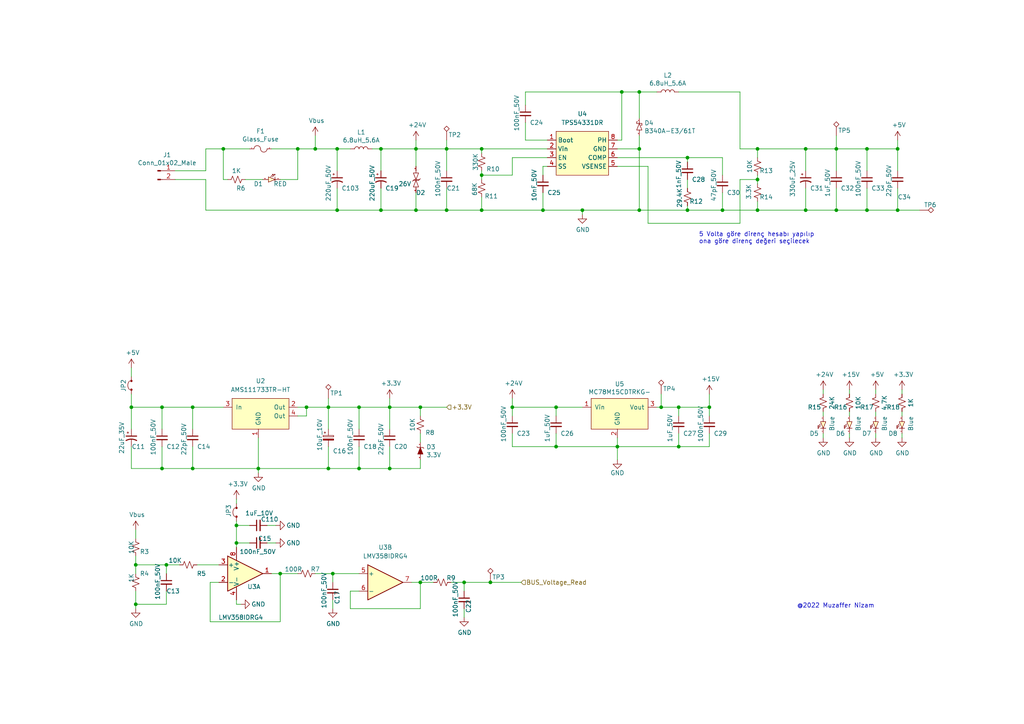
<source format=kicad_sch>
(kicad_sch (version 20231120) (generator "eeschema") (generator_version "8.0")
  (paper "A4")
  (lib_symbols
    (symbol "AKE_Capacitor:Capacitor_Polarised" (pin_numbers hide) (pin_names (offset 0.254) hide)
      (property "Reference" "C" (at 0.254 1.778 0))
      (property "Value" "Capacitor_Polarised" (at 0.254 -2.032 0))
      (symbol "Capacitor_Polarised_1_1"
        (pin passive line (at 0 2.54 270) (length 2.032) (name "~") (number "1"))
        (pin passive line (at 0 -2.54 90) (length 2.032) (name "~") (number "2"))
      )
    )
    (symbol "AKE_Capacitor:Capacitor_Tantalum" (pin_numbers hide) (pin_names (offset 0.254) hide)
      (property "Reference" "C" (at 0.254 1.778 0))
      (property "Value" "Capacitor_Tantalum" (at 0.254 -2.032 0))
      (symbol "Capacitor_Tantalum_1_1"
        (pin passive line (at 0 2.54 270) (length 1.8542) (name "~") (number "1"))
        (pin passive line (at 0 -2.54 90) (length 1.8542) (name "~") (number "2"))
      )
    )
    (symbol "AKE_Capacitor:Capacitor_UnPolarised" (pin_numbers hide) (pin_names (offset 0.254) hide)
      (property "Reference" "C" (at 0.254 1.778 0))
      (property "Value" "Capacitor_UnPolarised" (at 0 -1.27 0))
      (symbol "Capacitor_UnPolarised_1_1"
        (pin passive line (at 0 2.54 270) (length 2.032) (name "~") (number "1"))
        (pin passive line (at 0 -2.54 90) (length 2.032) (name "~") (number "2"))
      )
    )
    (symbol "AKE_Connector_Socket:Conn_01x02_Male" (pin_names (offset 1.016) hide)
      (property "Reference" "J" (at 0 2.54 0))
      (property "Value" "Conn_01x02_Male" (at 0 -5.08 0))
      (symbol "Conn_01x02_Male_1_1"
        (pin passive line (at 5.08 0 180) (length 3.81) (name "Pin_1") (number "1"))
        (pin passive line (at 5.08 -2.54 180) (length 3.81) (name "Pin_2") (number "2"))
      )
    )
    (symbol "AKE_Device:Glass_Fuse" (pin_names (offset 1.016))
      (property "Reference" "F" (at 0.635 3.175 0))
      (property "Value" "Glass_Fuse" (at 3.175 -0.635 0))
      (symbol "Glass_Fuse_1_1"
        (pin passive line (at 0 1.27 0) (length 1.27) (name "~") (number "1"))
        (pin passive line (at 6.35 1.27 180) (length 1.27) (name "~") (number "2"))
      )
    )
    (symbol "AKE_Device:Jumper_Pinheader" (pin_names (offset 0) hide)
      (property "Reference" "JP" (at 0 2.794 0))
      (symbol "Jumper_Pinheader_1_1"
        (pin passive line (at -2.54 0 0) (length 1.27) (name "A") (number "1"))
        (pin passive line (at 2.54 0 180) (length 1.27) (name "B") (number "2"))
      )
    )
    (symbol "AKE_Device:Test_Point" (pin_numbers hide) (pin_names (offset 0.762) hide)
      (property "Reference" "TP" (at 0 6.858 0))
      (property "Value" "Test_Point" (at 0 5.08 0))
      (symbol "Test_Point_1_1"
        (pin passive line (at 0 0 90) (length 2.54) (name "1") (number "1"))
      )
    )
    (symbol "AKE_Diode:Diode_LED" (pin_names (offset 1.016))
      (property "Reference" "D" (at -3.81 2.54 0))
      (property "Value" "Diode_LED" (at -2.54 5.08 0))
      (symbol "Diode_LED_1_1"
        (pin passive line (at 0 1.27 0) (length 1.27) (name "~") (number "1"))
        (pin passive line (at 5.08 1.27 180) (length 1.27) (name "~") (number "2"))
      )
    )
    (symbol "AKE_Diode:Diode_Schottky" (pin_names (offset 1.016))
      (property "Reference" "D" (at -6.35 1.27 0))
      (property "Value" "Diode_Schottky" (at -5.08 3.81 0))
      (symbol "Diode_Schottky_1_1"
        (pin passive line (at 0 1.27 0) (length 1.27) (name "~") (number "1"))
        (pin passive line (at 5.08 1.27 180) (length 1.27) (name "~") (number "2"))
      )
    )
    (symbol "AKE_Diode:Diode_TVS_Bidirectional" (pin_names (offset 1.016))
      (property "Reference" "D" (at 0.762 2.921 0))
      (property "Value" "Diode_TVS_Bidirectional" (at 4.318 5.207 0))
      (symbol "Diode_TVS_Bidirectional_1_1"
        (pin passive line (at 0 1.27 0) (length 1.27) (name "~") (number "1"))
        (pin passive line (at 7.62 1.27 180) (length 1.27) (name "~") (number "2"))
      )
    )
    (symbol "AKE_Diode:Diode_Zener" (pin_names (offset 1.016))
      (property "Reference" "D" (at -6.35 1.27 0))
      (property "Value" "Diode_Zener" (at -5.08 3.81 0))
      (symbol "Diode_Zener_1_1"
        (pin passive line (at 0 1.27 0) (length 1.27) (name "~") (number "1"))
        (pin passive line (at 5.08 1.27 180) (length 1.27) (name "~") (number "2"))
      )
    )
    (symbol "AKE_Inductor:Inductor" (pin_numbers hide) (pin_names (offset 1.016) hide)
      (property "Reference" "L" (at 3.81 0 0))
      (property "Value" "Inductor" (at 3.81 3.175 0))
      (symbol "Inductor_1_1"
        (pin passive line (at 0 1.27 0) (length 1.27) (name "1") (number "1"))
        (pin passive line (at 6.35 1.27 180) (length 1.27) (name "2") (number "2"))
      )
    )
    (symbol "AKE_Opamp:LMV358IDRG4" (pin_names (offset 0.127))
      (property "Reference" "U" (at 0 6.35 0))
      (property "Value" "LMV358IDRG4" (at 0 3.81 0))
      (symbol "LMV358IDRG4_1_1"
        (pin output line (at 7.62 0 180) (length 2.54) (name "~") (number "1"))
        (pin input line (at -7.62 -2.54 0) (length 2.54) (name "-") (number "2"))
        (pin input line (at -7.62 2.54 0) (length 2.54) (name "+") (number "3"))
        (pin power_in line (at -2.54 -7.62 90) (length 3.81) (name "V-") (number "4"))
        (pin power_in line (at -2.54 7.62 270) (length 3.81) (name "V+") (number "8"))
      )
      (symbol "LMV358IDRG4_2_1"
        (pin input line (at -7.62 2.54 0) (length 2.54) (name "+") (number "5"))
        (pin input line (at -7.62 -2.54 0) (length 2.54) (name "-") (number "6"))
        (pin output line (at 7.62 0 180) (length 2.54) (name "~") (number "7"))
      )
    )
    (symbol "AKE_Power:+15V" (power) (pin_names (offset 0))
      (property "Value" "+15V" (at 0 3.556 0))
      (symbol "+15V_1_1"
        (pin power_in line (at 0 0 90) (length 0) hide (name "+15V") (number "1"))
      )
    )
    (symbol "AKE_Power:+24V" (power) (pin_names (offset 0))
      (property "Value" "+24V" (at 0 3.556 0))
      (symbol "+24V_1_1"
        (pin power_in line (at 0 0 90) (length 0) hide (name "+24V") (number "1"))
      )
    )
    (symbol "AKE_Power:+3.3V" (power) (pin_names (offset 0))
      (property "Value" "+3.3V" (at 0 3.556 0))
      (symbol "+3.3V_1_1"
        (pin power_in line (at 0 0 90) (length 0) hide (name "+3.3V") (number "1"))
      )
    )
    (symbol "AKE_Power:+5V" (power) (pin_names (offset 0))
      (property "Value" "+5V" (at 0 3.556 0))
      (symbol "+5V_1_1"
        (pin power_in line (at 0 0 90) (length 0) hide (name "+5V") (number "1"))
      )
    )
    (symbol "AKE_Power:GND" (power) (pin_names (offset 0))
      (property "Value" "GND" (at 0 -3.81 0))
      (symbol "GND_1_1"
        (pin power_in line (at 0 0 270) (length 0) hide (name "GND") (number "1"))
      )
    )
    (symbol "AKE_Power:Vbus" (power) (pin_names (offset 0))
      (property "Value" "Vbus" (at 0 3.556 0))
      (symbol "Vbus_1_1"
        (pin power_in line (at 0 0 90) (length 0) hide (name "Vbus") (number "1"))
      )
    )
    (symbol "AKE_Regulator:AMS111733TR-HT" (pin_names (offset 1.016))
      (property "Reference" "U" (at 12.7 1.27 0))
      (property "Value" "AMS111733TR-HT" (at 11.43 12.7 0))
      (symbol "AMS111733TR-HT_1_1"
        (pin power_in line (at 10.16 0 90) (length 2.54) (name "GND") (number "1"))
        (pin power_out line (at 21.59 8.89 180) (length 2.54) (name "Out") (number "2"))
        (pin power_out line (at 0 8.89 0) (length 2.54) (name "In") (number "3"))
        (pin power_out line (at 21.59 6.35 180) (length 2.54) (name "Out") (number "4"))
      )
    )
    (symbol "AKE_Regulator:MC78M15CDTRKG" (pin_names (offset 1.016))
      (property "Reference" "U" (at 12.7 1.27 0))
      (property "Value" "MC78M15CDTRKG" (at 11.43 12.7 0))
      (symbol "MC78M15CDTRKG_1_1"
        (pin power_in line (at 0 8.89 0) (length 2.54) (name "Vin") (number "1"))
        (pin power_out line (at 10.16 0 90) (length 2.54) (name "GND") (number "2"))
        (pin power_out line (at 21.59 8.89 180) (length 2.54) (name "Vout") (number "3"))
      )
    )
    (symbol "AKE_Resistor:Resistor_US" (pin_numbers hide) (pin_names (offset 0.254) hide)
      (property "Reference" "R" (at 0.762 0.508 0))
      (property "Value" "Resistor_US" (at 0.762 -1.016 0))
      (symbol "Resistor_US_1_1"
        (pin passive line (at 0 2.54 270) (length 1.016) (name "~") (number "1"))
        (pin passive line (at 0 -2.54 90) (length 1.016) (name "~") (number "2"))
      )
    )
    (symbol "TPS54331DR_1"
      (property "Reference" "U?" (at 3.81 14.224 0))
      (property "Value" "TPS54331DR" (at 9.652 -1.016 0))
      (symbol "TPS54331DR_1_1_1"
        (pin input line (at 0 10.16 0) (length 2.54) (name "Boot") (number "1"))
        (pin input line (at 0 7.62 0) (length 2.54) (name "Vin") (number "2"))
        (pin input line (at 0 5.08 0) (length 2.54) (name "EN") (number "3"))
        (pin input line (at 0 2.54 0) (length 2.54) (name "SS") (number "4"))
        (pin input line (at 20.32 2.54 180) (length 2.54) (name "VSENSE") (number "5"))
        (pin input line (at 20.32 5.08 180) (length 2.54) (name "COMP") (number "6"))
        (pin input line (at 20.32 7.62 180) (length 2.54) (name "GND") (number "7"))
        (pin input line (at 20.32 10.16 180) (length 2.54) (name "PH") (number "8"))
        (pin input line (at 20.32 7.62 180) (length 2.54) hide (name "EXP") (number "9"))
      )
    )
  )
  (junction (at 121.92 168.91))
  (junction (at 121.92 118.11))
  (junction (at 242.57 43.18))
  (junction (at 39.37 163.83))
  (junction (at 219.71 52.07))
  (junction (at 74.93 135.89))
  (junction (at 55.88 118.11))
  (junction (at 185.42 26.67))
  (junction (at 95.25 118.11))
  (junction (at 96.52 166.37))
  (junction (at 139.7 43.18))
  (junction (at 185.42 60.96))
  (junction (at 209.55 60.96))
  (junction (at 68.58 152.4))
  (junction (at 260.35 43.18))
  (junction (at 251.46 43.18))
  (junction (at 191.77 118.11))
  (junction (at 46.99 118.11))
  (junction (at 88.9 118.11))
  (junction (at 199.39 45.72))
  (junction (at 68.58 157.48))
  (junction (at 157.48 60.96))
  (junction (at 139.7 50.8))
  (junction (at 97.79 60.96))
  (junction (at 38.1 118.11))
  (junction (at 104.14 135.89))
  (junction (at 81.28 166.37))
  (junction (at 64.77 43.18))
  (junction (at 139.7 60.96))
  (junction (at 161.29 129.54))
  (junction (at 97.79 43.18))
  (junction (at 233.68 43.18))
  (junction (at 113.03 135.89))
  (junction (at 120.65 60.96))
  (junction (at 91.44 43.18))
  (junction (at 113.03 118.11))
  (junction (at 95.25 135.89))
  (junction (at 260.35 60.96))
  (junction (at 205.74 118.11))
  (junction (at 219.71 43.18))
  (junction (at 148.59 118.11))
  (junction (at 185.42 43.18))
  (junction (at 120.65 43.18))
  (junction (at 55.88 135.89))
  (junction (at 179.07 129.54))
  (junction (at 180.34 26.67))
  (junction (at 168.91 60.96))
  (junction (at 46.99 135.89))
  (junction (at 134.62 168.91))
  (junction (at 104.14 118.11))
  (junction (at 219.71 60.96))
  (junction (at 161.29 118.11))
  (junction (at 142.24 168.91))
  (junction (at 196.85 118.11))
  (junction (at 129.54 43.18))
  (junction (at 129.54 60.96))
  (junction (at 199.39 60.96))
  (junction (at 251.46 60.96))
  (junction (at 39.37 175.26))
  (junction (at 242.57 60.96))
  (junction (at 86.36 43.18))
  (junction (at 196.85 129.54))
  (junction (at 110.49 60.96))
  (junction (at 233.68 60.96))
  (junction (at 48.26 163.83))
  (junction (at 110.49 43.18))
  (wire (pts (xy 254 125.73) (xy 254 127)))
  (wire (pts (xy 139.7 50.8) (xy 139.7 52.07)))
  (wire (pts (xy 96.52 173.99) (xy 96.52 176.53)))
  (wire (pts (xy 95.25 115.57) (xy 95.25 118.11)))
  (wire (pts (xy 39.37 175.26) (xy 48.26 175.26)))
  (wire (pts (xy 196.85 125.73) (xy 196.85 129.54)))
  (wire (pts (xy 266.7 60.96) (xy 260.35 60.96)))
  (wire (pts (xy 260.35 60.96) (xy 251.46 60.96)))
  (wire (pts (xy 261.62 119.38) (xy 261.62 120.65)))
  (wire (pts (xy 168.91 60.96) (xy 168.91 62.23)))
  (wire (pts (xy 55.88 118.11) (xy 64.77 118.11)))
  (wire (pts (xy 251.46 43.18) (xy 242.57 43.18)))
  (wire (pts (xy 74.93 127) (xy 74.93 135.89)))
  (wire (pts (xy 55.88 135.89) (xy 74.93 135.89)))
  (wire (pts (xy 152.4 40.64) (xy 158.75 40.64)))
  (wire (pts (xy 179.07 45.72) (xy 199.39 45.72)))
  (wire (pts (xy 113.03 118.11) (xy 121.92 118.11)))
  (wire (pts (xy 185.42 39.37) (xy 185.42 43.18)))
  (wire (pts (xy 121.92 168.91) (xy 119.38 168.91)))
  (wire (pts (xy 168.91 60.96) (xy 185.42 60.96)))
  (wire (pts (xy 95.25 129.54) (xy 95.25 135.89)))
  (wire (pts (xy 129.54 40.64) (xy 129.54 43.18)))
  (wire (pts (xy 185.42 26.67) (xy 190.5 26.67)))
  (wire (pts (xy 205.74 125.73) (xy 205.74 129.54)))
  (wire (pts (xy 77.47 152.4) (xy 80.01 152.4)))
  (wire (pts (xy 88.9 120.65) (xy 88.9 118.11)))
  (wire (pts (xy 86.36 52.07) (xy 86.36 43.18)))
  (wire (pts (xy 39.37 163.83) (xy 39.37 161.29)))
  (wire (pts (xy 81.28 52.07) (xy 86.36 52.07)))
  (wire (pts (xy 97.79 60.96) (xy 110.49 60.96)))
  (wire (pts (xy 129.54 54.61) (xy 129.54 60.96)))
  (wire (pts (xy 157.48 60.96) (xy 168.91 60.96)))
  (wire (pts (xy 59.69 60.96) (xy 59.69 52.07)))
  (wire (pts (xy 63.5 168.91) (xy 60.96 168.91)))
  (wire (pts (xy 104.14 129.54) (xy 104.14 135.89)))
  (wire (pts (xy 205.74 118.11) (xy 205.74 120.65)))
  (wire (pts (xy 121.92 120.65) (xy 121.92 118.11)))
  (wire (pts (xy 260.35 49.53) (xy 260.35 43.18)))
  (wire (pts (xy 242.57 39.37) (xy 242.57 43.18)))
  (wire (pts (xy 152.4 35.56) (xy 152.4 40.64)))
  (wire (pts (xy 91.44 39.37) (xy 91.44 43.18)))
  (wire (pts (xy 121.92 176.53) (xy 121.92 168.91)))
  (wire (pts (xy 251.46 54.61) (xy 251.46 60.96)))
  (wire (pts (xy 214.63 43.18) (xy 219.71 43.18)))
  (wire (pts (xy 205.74 114.3) (xy 205.74 118.11)))
  (wire (pts (xy 46.99 135.89) (xy 55.88 135.89)))
  (wire (pts (xy 120.65 43.18) (xy 129.54 43.18)))
  (wire (pts (xy 101.6 171.45) (xy 101.6 176.53)))
  (wire (pts (xy 148.59 45.72) (xy 148.59 50.8)))
  (wire (pts (xy 209.55 60.96) (xy 219.71 60.96)))
  (wire (pts (xy 129.54 43.18) (xy 139.7 43.18)))
  (wire (pts (xy 81.28 180.34) (xy 81.28 166.37)))
  (wire (pts (xy 39.37 156.21) (xy 39.37 153.67)))
  (wire (pts (xy 242.57 60.96) (xy 233.68 60.96)))
  (wire (pts (xy 261.62 125.73) (xy 261.62 127)))
  (wire (pts (xy 242.57 43.18) (xy 233.68 43.18)))
  (wire (pts (xy 81.28 166.37) (xy 78.74 166.37)))
  (wire (pts (xy 185.42 26.67) (xy 180.34 26.67)))
  (wire (pts (xy 39.37 171.45) (xy 39.37 175.26)))
  (wire (pts (xy 110.49 43.18) (xy 120.65 43.18)))
  (wire (pts (xy 179.07 43.18) (xy 185.42 43.18)))
  (wire (pts (xy 107.95 43.18) (xy 110.49 43.18)))
  (wire (pts (xy 199.39 60.96) (xy 209.55 60.96)))
  (wire (pts (xy 233.68 60.96) (xy 233.68 54.61)))
  (wire (pts (xy 121.92 133.35) (xy 121.92 135.89)))
  (wire (pts (xy 60.96 180.34) (xy 81.28 180.34)))
  (wire (pts (xy 152.4 30.48) (xy 152.4 26.67)))
  (wire (pts (xy 68.58 151.13) (xy 68.58 152.4)))
  (wire (pts (xy 38.1 135.89) (xy 46.99 135.89)))
  (wire (pts (xy 185.42 26.67) (xy 185.42 34.29)))
  (wire (pts (xy 46.99 124.46) (xy 46.99 118.11)))
  (wire (pts (xy 179.07 129.54) (xy 179.07 127)))
  (wire (pts (xy 121.92 168.91) (xy 125.73 168.91)))
  (wire (pts (xy 38.1 106.68) (xy 38.1 109.22)))
  (wire (pts (xy 64.77 43.18) (xy 64.77 52.07)))
  (wire (pts (xy 71.12 52.07) (xy 76.2 52.07)))
  (wire (pts (xy 77.47 157.48) (xy 80.01 157.48)))
  (wire (pts (xy 191.77 118.11) (xy 190.5 118.11)))
  (wire (pts (xy 134.62 168.91) (xy 142.24 168.91)))
  (wire (pts (xy 91.44 166.37) (xy 96.52 166.37)))
  (wire (pts (xy 68.58 157.48) (xy 68.58 158.75)))
  (wire (pts (xy 68.58 157.48) (xy 72.39 157.48)))
  (wire (pts (xy 64.77 43.18) (xy 72.39 43.18)))
  (wire (pts (xy 251.46 49.53) (xy 251.46 43.18)))
  (wire (pts (xy 113.03 135.89) (xy 113.03 129.54)))
  (wire (pts (xy 48.26 163.83) (xy 52.07 163.83)))
  (wire (pts (xy 96.52 166.37) (xy 104.14 166.37)))
  (wire (pts (xy 161.29 118.11) (xy 168.91 118.11)))
  (wire (pts (xy 161.29 129.54) (xy 148.59 129.54)))
  (wire (pts (xy 97.79 43.18) (xy 91.44 43.18)))
  (wire (pts (xy 179.07 48.26) (xy 187.96 48.26)))
  (wire (pts (xy 196.85 26.67) (xy 214.63 26.67)))
  (wire (pts (xy 209.55 45.72) (xy 209.55 50.8)))
  (wire (pts (xy 69.85 175.26) (xy 68.58 175.26)))
  (wire (pts (xy 134.62 168.91) (xy 134.62 171.45)))
  (wire (pts (xy 64.77 52.07) (xy 66.04 52.07)))
  (wire (pts (xy 113.03 118.11) (xy 104.14 118.11)))
  (wire (pts (xy 113.03 118.11) (xy 113.03 124.46)))
  (wire (pts (xy 60.96 168.91) (xy 60.96 180.34)))
  (wire (pts (xy 214.63 26.67) (xy 214.63 43.18)))
  (wire (pts (xy 142.24 168.91) (xy 151.13 168.91)))
  (wire (pts (xy 59.69 60.96) (xy 97.79 60.96)))
  (wire (pts (xy 38.1 118.11) (xy 38.1 124.46)))
  (wire (pts (xy 158.75 48.26) (xy 157.48 48.26)))
  (wire (pts (xy 120.65 60.96) (xy 129.54 60.96)))
  (wire (pts (xy 185.42 60.96) (xy 199.39 60.96)))
  (wire (pts (xy 97.79 43.18) (xy 97.79 49.53)))
  (wire (pts (xy 139.7 49.53) (xy 139.7 50.8)))
  (wire (pts (xy 68.58 173.99) (xy 68.58 175.26)))
  (wire (pts (xy 139.7 57.15) (xy 139.7 60.96)))
  (wire (pts (xy 185.42 43.18) (xy 185.42 60.96)))
  (wire (pts (xy 148.59 118.11) (xy 161.29 118.11)))
  (wire (pts (xy 110.49 49.53) (xy 110.49 43.18)))
  (wire (pts (xy 246.38 114.3) (xy 246.38 113.03)))
  (wire (pts (xy 81.28 166.37) (xy 86.36 166.37)))
  (wire (pts (xy 219.71 45.72) (xy 219.71 43.18)))
  (wire (pts (xy 129.54 49.53) (xy 129.54 43.18)))
  (wire (pts (xy 104.14 135.89) (xy 113.03 135.89)))
  (wire (pts (xy 238.76 119.38) (xy 238.76 120.65)))
  (wire (pts (xy 233.68 49.53) (xy 233.68 43.18)))
  (wire (pts (xy 139.7 43.18) (xy 139.7 44.45)))
  (wire (pts (xy 191.77 114.3) (xy 191.77 118.11)))
  (wire (pts (xy 88.9 118.11) (xy 95.25 118.11)))
  (wire (pts (xy 199.39 45.72) (xy 209.55 45.72)))
  (wire (pts (xy 196.85 118.11) (xy 191.77 118.11)))
  (wire (pts (xy 254 119.38) (xy 254 120.65)))
  (wire (pts (xy 260.35 43.18) (xy 251.46 43.18)))
  (wire (pts (xy 96.52 166.37) (xy 96.52 168.91)))
  (wire (pts (xy 187.96 64.77) (xy 214.63 64.77)))
  (wire (pts (xy 199.39 46.99) (xy 199.39 45.72)))
  (wire (pts (xy 120.65 43.18) (xy 120.65 48.26)))
  (wire (pts (xy 219.71 43.18) (xy 233.68 43.18)))
  (wire (pts (xy 148.59 50.8) (xy 139.7 50.8)))
  (wire (pts (xy 38.1 129.54) (xy 38.1 135.89)))
  (wire (pts (xy 55.88 129.54) (xy 55.88 135.89)))
  (wire (pts (xy 157.48 48.26) (xy 157.48 50.8)))
  (wire (pts (xy 59.69 43.18) (xy 64.77 43.18)))
  (wire (pts (xy 39.37 163.83) (xy 48.26 163.83)))
  (wire (pts (xy 74.93 137.16) (xy 74.93 135.89)))
  (wire (pts (xy 57.15 163.83) (xy 63.5 163.83)))
  (wire (pts (xy 38.1 118.11) (xy 46.99 118.11)))
  (wire (pts (xy 104.14 171.45) (xy 101.6 171.45)))
  (wire (pts (xy 180.34 40.64) (xy 180.34 26.67)))
  (wire (pts (xy 161.29 125.73) (xy 161.29 129.54)))
  (wire (pts (xy 46.99 129.54) (xy 46.99 135.89)))
  (wire (pts (xy 179.07 129.54) (xy 179.07 133.35)))
  (wire (pts (xy 238.76 114.3) (xy 238.76 113.03)))
  (wire (pts (xy 129.54 60.96) (xy 139.7 60.96)))
  (wire (pts (xy 101.6 43.18) (xy 97.79 43.18)))
  (wire (pts (xy 157.48 55.88) (xy 157.48 60.96)))
  (wire (pts (xy 110.49 54.61) (xy 110.49 60.96)))
  (wire (pts (xy 104.14 118.11) (xy 104.14 124.46)))
  (wire (pts (xy 86.36 118.11) (xy 88.9 118.11)))
  (wire (pts (xy 179.07 40.64) (xy 180.34 40.64)))
  (wire (pts (xy 39.37 166.37) (xy 39.37 163.83)))
  (wire (pts (xy 48.26 175.26) (xy 48.26 171.45)))
  (wire (pts (xy 251.46 60.96) (xy 242.57 60.96)))
  (wire (pts (xy 187.96 48.26) (xy 187.96 64.77)))
  (wire (pts (xy 261.62 114.3) (xy 261.62 113.03)))
  (wire (pts (xy 260.35 54.61) (xy 260.35 60.96)))
  (wire (pts (xy 86.36 120.65) (xy 88.9 120.65)))
  (wire (pts (xy 158.75 45.72) (xy 148.59 45.72)))
  (wire (pts (xy 199.39 52.07) (xy 199.39 54.61)))
  (wire (pts (xy 55.88 124.46) (xy 55.88 118.11)))
  (wire (pts (xy 139.7 60.96) (xy 157.48 60.96)))
  (wire (pts (xy 50.8 52.07) (xy 59.69 52.07)))
  (wire (pts (xy 120.65 43.18) (xy 120.65 40.64)))
  (wire (pts (xy 148.59 125.73) (xy 148.59 129.54)))
  (wire (pts (xy 179.07 129.54) (xy 196.85 129.54)))
  (wire (pts (xy 38.1 114.3) (xy 38.1 118.11)))
  (wire (pts (xy 152.4 26.67) (xy 180.34 26.67)))
  (wire (pts (xy 209.55 55.88) (xy 209.55 60.96)))
  (wire (pts (xy 48.26 163.83) (xy 48.26 166.37)))
  (wire (pts (xy 120.65 55.88) (xy 120.65 60.96)))
  (wire (pts (xy 214.63 64.77) (xy 214.63 52.07)))
  (wire (pts (xy 74.93 135.89) (xy 95.25 135.89)))
  (wire (pts (xy 97.79 54.61) (xy 97.79 60.96)))
  (wire (pts (xy 110.49 60.96) (xy 120.65 60.96)))
  (wire (pts (xy 161.29 120.65) (xy 161.29 118.11)))
  (wire (pts (xy 104.14 135.89) (xy 95.25 135.89)))
  (wire (pts (xy 246.38 119.38) (xy 246.38 120.65)))
  (wire (pts (xy 238.76 125.73) (xy 238.76 127)))
  (wire (pts (xy 219.71 58.42) (xy 219.71 60.96)))
  (wire (pts (xy 219.71 60.96) (xy 233.68 60.96)))
  (wire (pts (xy 199.39 59.69) (xy 199.39 60.96)))
  (wire (pts (xy 78.74 43.18) (xy 86.36 43.18)))
  (wire (pts (xy 68.58 152.4) (xy 72.39 152.4)))
  (wire (pts (xy 130.81 168.91) (xy 134.62 168.91)))
  (wire (pts (xy 134.62 176.53) (xy 134.62 179.07)))
  (wire (pts (xy 59.69 49.53) (xy 59.69 43.18)))
  (wire (pts (xy 104.14 118.11) (xy 95.25 118.11)))
  (wire (pts (xy 139.7 43.18) (xy 158.75 43.18)))
  (wire (pts (xy 148.59 120.65) (xy 148.59 118.11)))
  (wire (pts (xy 242.57 54.61) (xy 242.57 60.96)))
  (wire (pts (xy 148.59 118.11) (xy 148.59 115.57)))
  (wire (pts (xy 121.92 135.89) (xy 113.03 135.89)))
  (wire (pts (xy 121.92 118.11) (xy 129.54 118.11)))
  (wire (pts (xy 161.29 129.54) (xy 179.07 129.54)))
  (wire (pts (xy 113.03 115.57) (xy 113.03 118.11)))
  (wire (pts (xy 39.37 175.26) (xy 39.37 176.53)))
  (wire (pts (xy 101.6 176.53) (xy 121.92 176.53)))
  (wire (pts (xy 246.38 125.73) (xy 246.38 127)))
  (wire (pts (xy 196.85 118.11) (xy 205.74 118.11)))
  (wire (pts (xy 242.57 43.18) (xy 242.57 49.53)))
  (wire (pts (xy 121.92 128.27) (xy 121.92 125.73)))
  (wire (pts (xy 46.99 118.11) (xy 55.88 118.11)))
  (wire (pts (xy 95.25 124.46) (xy 95.25 118.11)))
  (wire (pts (xy 50.8 49.53) (xy 59.69 49.53)))
  (wire (pts (xy 196.85 129.54) (xy 205.74 129.54)))
  (wire (pts (xy 68.58 152.4) (xy 68.58 157.48)))
  (wire (pts (xy 86.36 43.18) (xy 91.44 43.18)))
  (wire (pts (xy 68.58 144.78) (xy 68.58 146.05)))
  (wire (pts (xy 196.85 120.65) (xy 196.85 118.11)))
  (wire (pts (xy 214.63 52.07) (xy 219.71 52.07)))
  (wire (pts (xy 254 114.3) (xy 254 113.03)))
  (wire (pts (xy 219.71 50.8) (xy 219.71 52.07)))
  (wire (pts (xy 219.71 52.07) (xy 219.71 53.34)))
  (wire (pts (xy 260.35 43.18) (xy 260.35 40.64)))
  (text "5 Volta göre direnç hesabı yapılıp \nona göre direnç değeri seçilecek" (at 202.692 70.866 0) (effects (font (size 1.27 1.27)) (justify left bottom)))
  (text "@2022 Muzaffer Nizam" (at 231.14 176.53 0) (effects (font (size 1.27 1.27)) (justify left bottom)))
  (hierarchical_label "+3.3V" (shape input) (at 129.54 118.11 0))
  (hierarchical_label "BUS_Voltage_Read" (shape input) (at 151.13 168.91 0))
  (symbol (lib_id "AKE_Device:Test_Point") (at 266.7 60.96 270) (unit 1)
    (property "Reference" "TP6" (at 267.97 59.436 90) (effects (justify left)))
    (property "Value" "Test_Point" (effects (hide yes)))
    (property "Footprint" "AKE_PCB:TEST_POINT" (effects (hide yes)))
    (property "Description" "test point (alternative shape)" (effects (hide yes)))
  )
  (symbol (lib_id "AKE_Device:Test_Point") (at 129.54 40.64 0) (unit 1)
    (property "Reference" "TP2" (at 130.048 39.116 0) (effects (justify left)))
    (property "Value" "Test_Point" (effects (hide yes)))
    (property "Footprint" "AKE_PCB:TEST_POINT" (effects (hide yes)))
    (property "Description" "test point (alternative shape)" (effects (hide yes)))
  )
  (symbol (lib_id "AKE_Power:GND") (at 168.91 62.23 0) (unit 1)
    (property "Reference" "#PWR032" (effects (hide yes)))
    (property "Value" "GND" (at 169.037 66.6242 0))
  )
  (symbol (lib_id "AKE_Power:GND") (at 261.62 127 0) (unit 1)
    (property "Reference" "#PWR043" (effects (hide yes)))
    (property "Value" "GND" (at 261.747 131.3942 0))
  )
  (symbol (lib_id "AKE_Capacitor:Capacitor_UnPolarised") (at 199.39 49.53 0) (unit 1)
    (property "Reference" "C28" (at 200.66 52.07 0) (effects (justify left)))
    (property "Value" "1nF_50V" (at 196.85 54.61 90) (effects (justify left)))
    (property "Footprint" "AKE_Capacitor_SMD:CAP_0603" (effects (hide yes)))
    (property "MFG P/N" "*" (effects (hide yes)))
  )
  (symbol (lib_id "AKE_Power:+24V") (at 148.59 115.57 0) (unit 1)
    (property "Reference" "#PWR031" (effects (hide yes)))
    (property "Value" "+24V" (at 148.971 111.1758 0))
  )
  (symbol (lib_id "AKE_Device:Jumper_Pinheader") (at 38.1 111.76 90) (unit 1)
    (property "Reference" "JP2" (at 35.814 109.982 0) (effects (justify right)))
    (property "Value" "Jumper_Pinheader" (effects (hide yes)))
    (property "Footprint" "AKE_Pinheader_TH:PinHeader_1x02_P2.54mm_Vertical" (effects (hide yes)))
    (property "Description" "Jumper, 2-pole, open" (effects (hide yes)))
    (property "MFG P/N" "*" (effects (hide yes)))
  )
  (symbol (lib_id "AKE_Power:GND") (at 80.01 152.4 90) (unit 1)
    (property "Reference" "#PWR0108" (effects (hide yes)))
    (property "Value" "GND" (at 85.09 152.4 90))
  )
  (symbol (lib_id "AKE_Power:GND") (at 246.38 127 0) (unit 1)
    (property "Reference" "#PWR038" (effects (hide yes)))
    (property "Value" "GND" (at 246.507 131.3942 0))
  )
  (symbol (lib_id "AKE_Capacitor:Capacitor_UnPolarised") (at 157.48 53.34 0) (unit 1)
    (property "Reference" "C25" (at 158.75 55.88 0) (effects (justify left)))
    (property "Value" "10nF_50V" (at 154.94 58.42 90) (effects (justify left)))
    (property "Footprint" "AKE_Capacitor_SMD:CAP_0603" (effects (hide yes)))
    (property "MFG P/N" "*" (effects (hide yes)))
  )
  (symbol (lib_id "AKE_Inductor:Inductor") (at 101.6 44.45 0) (unit 1)
    (property "Reference" "L1" (at 104.775 38.354 0))
    (property "Value" "6.8uH_5.6A" (at 104.775 40.6654 0))
    (property "Footprint" "AKE_Inductor_SMD:SRI1004-6R8M" (effects (hide yes)))
    (property "MFG P/N" "SRI1004-6R8M " (effects (hide yes)))
  )
  (symbol (lib_id "AKE_Diode:Diode_Schottky") (at 184.15 34.29 270) (unit 1)
    (property "Reference" "D4" (at 186.8932 35.6616 90) (effects (justify left)))
    (property "Value" "B340A-E3/61T" (at 186.8932 37.973 90) (effects (justify left)))
    (property "Footprint" "AKE_Diode_SMD:SMA" (effects (hide yes)))
    (property "MFG P/N" "B340A-E3/61T" (effects (hide yes)))
  )
  (symbol (lib_id "AKE_Capacitor:Capacitor_Tantalum") (at 95.25 127 0) (unit 1)
    (property "Reference" "C16" (at 96.52 130.81 0) (effects (justify left)))
    (property "Value" "10uF_10V" (at 92.71 130.81 90) (effects (justify left)))
    (property "Footprint" "AKE_Capacitor_SMD:CAP_1206_TANTAL" (effects (hide yes)))
    (property "MFG P/N" "TAJA106K010RNJ" (effects (hide yes)))
  )
  (symbol (lib_id "AKE_Diode:Diode_TVS_Bidirectional") (at 119.38 48.26 270) (unit 1)
    (property "Reference" "D2" (at 120.65 55.88 90) (effects (justify left)))
    (property "Value" "26V" (at 115.57 53.34 90) (effects (justify left)))
    (property "Footprint" "AKE_Diode_SMD:SMC" (effects (hide yes)))
    (property "MFG P/N" "*" (effects (hide yes)))
  )
  (symbol (lib_id "AKE_Power:+15V") (at 246.38 113.03 0) (unit 1)
    (property "Reference" "#PWR037" (effects (hide yes)))
    (property "Value" "+15V" (at 246.761 108.6358 0))
  )
  (symbol (lib_id "AKE_Resistor:Resistor_US") (at 128.27 168.91 270) (unit 1)
    (property "Reference" "R9" (at 130.81 167.64 90))
    (property "Value" "100R" (at 124.46 167.64 90))
    (property "Footprint" "AKE_Resistor_SMD:RES_0603" (effects (hide yes)))
    (property "MFG P/N" "*" (effects (hide yes)))
  )
  (symbol (lib_id "AKE_Resistor:Resistor_US") (at 219.71 48.26 180) (unit 1)
    (property "Reference" "R13" (at 222.25 49.53 0))
    (property "Value" "10K" (at 217.424 48.26 90))
    (property "Footprint" "AKE_Resistor_SMD:RES_0603" (effects (hide yes)))
    (property "MFG P/N" "*" (effects (hide yes)))
  )
  (symbol (lib_id "AKE_Device:Test_Point") (at 191.77 114.3 0) (unit 1)
    (property "Reference" "TP4" (at 192.278 112.776 0) (effects (justify left)))
    (property "Value" "Test_Point" (effects (hide yes)))
    (property "Footprint" "AKE_PCB:TEST_POINT" (effects (hide yes)))
    (property "Description" "test point (alternative shape)" (effects (hide yes)))
  )
  (symbol (lib_id "AKE_Capacitor:Capacitor_UnPolarised") (at 242.57 52.07 0) (unit 1)
    (property "Reference" "C32" (at 243.84 54.61 0) (effects (justify left)))
    (property "Value" "1uF_50V" (at 240.03 57.15 90) (effects (justify left)))
    (property "Footprint" "AKE_Capacitor_SMD:CAP_0603" (effects (hide yes)))
    (property "MFG P/N" "*" (effects (hide yes)))
  )
  (symbol (lib_id "AKE_Capacitor:Capacitor_Polarised") (at 233.68 52.07 0) (unit 1)
    (property "Reference" "C31" (at 234.95 54.61 0) (effects (justify left)))
    (property "Value" "330uF_25V" (at 229.87 57.15 90) (effects (justify left)))
    (property "Footprint" "AKE_Capacitor_TH:CP_Radial_D8.0mm_P5.00mm" (effects (hide yes)))
    (property "MFG P/N" "PS-025V330AX120-T5 " (effects (hide yes)))
  )
  (symbol (lib_id "AKE_Capacitor:Capacitor_UnPolarised") (at 148.59 123.19 0) (unit 1)
    (property "Reference" "C23" (at 149.86 125.73 0) (effects (justify left)))
    (property "Value" "100nF_50V" (at 146.05 128.27 90) (effects (justify left)))
    (property "Footprint" "AKE_Capacitor_SMD:CAP_0603" (effects (hide yes)))
    (property "MFG P/N" "*" (effects (hide yes)))
  )
  (symbol (lib_name "TPS54331DR_1") (lib_id "AKE_Regulator:TPS54331DR") (at 158.75 50.8 0) (unit 1)
    (property "Reference" "U4" (at 168.91 33.02 0))
    (property "Value" "TPS54331DR" (at 168.91 35.56 0))
    (property "Footprint" "AKE_Regulator_SMD:SOIC-8_3.9x4.9mm_P1.27mm_EP" (effects (hide yes)))
    (property "Description" "IC-54331D REG. BUCK ADJ 3A 8SOIC TI " (effects (hide yes)))
    (property "MFG P/N" "TPS54331DR" (effects (hide yes)))
  )
  (symbol (lib_id "AKE_Power:+24V") (at 238.76 113.03 0) (unit 1)
    (property "Reference" "#PWR035" (effects (hide yes)))
    (property "Value" "+24V" (at 239.141 108.6358 0))
  )
  (symbol (lib_id "AKE_Power:GND") (at 179.07 133.35 0) (unit 1)
    (property "Reference" "#PWR033" (effects (hide yes)))
    (property "Value" "GND" (at 179.07 137.16 0))
  )
  (symbol (lib_id "AKE_Power:Vbus") (at 39.37 153.67 0) (unit 1)
    (property "Reference" "#PWR020" (effects (hide yes)))
    (property "Value" "Vbus" (at 39.751 149.2758 0))
  )
  (symbol (lib_id "AKE_Capacitor:Capacitor_UnPolarised") (at 134.62 173.99 0) (unit 1)
    (property "Reference" "C22" (at 135.89 177.8 90) (effects (justify left)))
    (property "Value" "100nF_50V" (at 132.08 179.07 90) (effects (justify left)))
    (property "Footprint" "AKE_Capacitor_SMD:CAP_0603" (effects (hide yes)))
    (property "MFG P/N" "*" (effects (hide yes)))
  )
  (symbol (lib_id "AKE_Power:GND") (at 96.52 176.53 0) (unit 1)
    (property "Reference" "#PWR027" (effects (hide yes)))
    (property "Value" "GND" (at 96.647 180.9242 0))
  )
  (symbol (lib_id "AKE_Opamp:LMV358IDRG4") (at 71.12 166.37 0) (unit 1)
    (property "Reference" "U3" (at 73.66 170.18 0))
    (property "Value" "LMV358IDRG4" (at 69.85 179.07 0))
    (property "Footprint" "AKE_Opamp_SMD:SOIC-8_3.9x4.9mm_P1.27mm" (effects (hide yes)))
    (property "Datasheet" "https://rocelec.widen.net/view/pdf/hsbslfymvc/slos263w.pdf?t.download=true&u=5oefqw" (effects (hide yes)))
    (property "MFG P/N" "LMV358IDRG4" (effects (hide yes)))
  )
  (symbol (lib_id "AKE_Device:Test_Point") (at 242.57 39.37 0) (unit 1)
    (property "Reference" "TP5" (at 243.078 37.846 0) (effects (justify left)))
    (property "Value" "Test_Point" (effects (hide yes)))
    (property "Footprint" "AKE_PCB:TEST_POINT" (effects (hide yes)))
    (property "Description" "test point (alternative shape)" (effects (hide yes)))
  )
  (symbol (lib_id "AKE_Power:+24V") (at 120.65 40.64 0) (unit 1)
    (property "Reference" "#PWR029" (effects (hide yes)))
    (property "Value" "+24V" (at 121.031 36.2458 0))
  )
  (symbol (lib_id "AKE_Connector_Socket:Conn_01x02_Male") (at 45.72 49.53 0) (unit 1)
    (property "Reference" "J1" (at 48.4632 44.9326 0))
    (property "Value" "Conn_01x02_Male" (at 48.4632 47.244 0))
    (property "Footprint" "AKE_Connector_W2B:TerminalBlock_Phoenix_MKDS-1,5-2_1x02_P5.00mm_Horizontal" (effects (hide yes)))
    (property "MFG P/N" "L-KLS2-306V-5.00-02P-4C " (effects (hide yes)))
  )
  (symbol (lib_id "AKE_Capacitor:Capacitor_UnPolarised") (at 205.74 123.19 0) (unit 1)
    (property "Reference" "C29" (at 207.01 125.73 0) (effects (justify left)))
    (property "Value" "100nF_50V" (at 203.2 128.27 90) (effects (justify left)))
    (property "Footprint" "AKE_Capacitor_SMD:CAP_0603" (effects (hide yes)))
    (property "MFG P/N" "*" (effects (hide yes)))
  )
  (symbol (lib_id "AKE_Resistor:Resistor_US") (at 199.39 57.15 180) (unit 1)
    (property "Reference" "R12" (at 201.93 58.42 0))
    (property "Value" "29.4K" (at 197.104 57.404 90))
    (property "Footprint" "AKE_Resistor_SMD:RES_0603" (effects (hide yes)))
    (property "MFG P/N" "*" (effects (hide yes)))
  )
  (symbol (lib_id "AKE_Resistor:Resistor_US") (at 238.76 116.84 0) (mirror x) (unit 1)
    (property "Reference" "R15" (at 236.22 118.11 0))
    (property "Value" "24K" (at 241.3 116.84 90))
    (property "Footprint" "AKE_Resistor_SMD:RES_0603" (effects (hide yes)))
    (property "MFG P/N" "*" (effects (hide yes)))
  )
  (symbol (lib_id "AKE_Capacitor:Capacitor_UnPolarised") (at 251.46 52.07 0) (unit 1)
    (property "Reference" "C33" (at 252.73 54.61 0) (effects (justify left)))
    (property "Value" "100nF_50V" (at 248.92 57.15 90) (effects (justify left)))
    (property "Footprint" "AKE_Capacitor_SMD:CAP_0603" (effects (hide yes)))
    (property "MFG P/N" "*" (effects (hide yes)))
  )
  (symbol (lib_id "AKE_Power:GND") (at 39.37 176.53 0) (unit 1)
    (property "Reference" "#PWR021" (effects (hide yes)))
    (property "Value" "GND" (at 39.497 180.9242 0))
  )
  (symbol (lib_id "AKE_Diode:Diode_LED") (at 260.35 125.73 270) (mirror x) (unit 1)
    (property "Reference" "D8" (at 260.35 125.73 90) (effects (justify right)))
    (property "Value" "Blue" (at 264.16 120.65 0) (effects (justify right)))
    (property "Footprint" "AKE_Led_SMD:LED_0805" (effects (hide yes)))
    (property "MFG P/N" "*" (effects (hide yes)))
  )
  (symbol (lib_id "AKE_Capacitor:Capacitor_UnPolarised") (at 104.14 127 0) (unit 1)
    (property "Reference" "C18" (at 105.41 129.54 0) (effects (justify left)))
    (property "Value" "100nF_50V" (at 101.6 132.08 90) (effects (justify left)))
    (property "Footprint" "AKE_Capacitor_SMD:CAP_0603" (effects (hide yes)))
    (property "MFG P/N" "*" (effects (hide yes)))
  )
  (symbol (lib_id "AKE_Resistor:Resistor_US") (at 39.37 158.75 180) (unit 1)
    (property "Reference" "R3" (at 41.91 160.02 0))
    (property "Value" "10K" (at 38.1 158.75 90))
    (property "Footprint" "AKE_Resistor_SMD:RES_1206" (effects (hide yes)))
    (property "MFG P/N" "*" (effects (hide yes)))
  )
  (symbol (lib_id "AKE_Device:Glass_Fuse") (at 72.39 44.45 0) (unit 1)
    (property "Reference" "F1" (at 75.565 38.0492 0))
    (property "Value" "Glass_Fuse" (at 75.565 40.3606 0))
    (property "Footprint" "AKE_Device_TH:FuseHolder_5X20_TK79_Plastic" (effects (hide yes)))
    (property "Datasheet" "https://cdn.ozdisan.com/ETicaret_Dosya/41489_4684723.pdf" (effects (hide yes)))
    (property "MFG P/N" "202.707001.06-299" (effects (hide yes)))
    (property "MFG COVER" "202.707002.02-299" (effects (hide yes)))
  )
  (symbol (lib_id "AKE_Resistor:Resistor_US") (at 261.62 116.84 0) (mirror x) (unit 1)
    (property "Reference" "R18" (at 259.08 118.11 0))
    (property "Value" "1K" (at 264.16 116.84 90))
    (property "Footprint" "AKE_Resistor_SMD:RES_0603" (effects (hide yes)))
    (property "MFG P/N" "*" (effects (hide yes)))
  )
  (symbol (lib_id "AKE_Resistor:Resistor_US") (at 254 116.84 0) (mirror x) (unit 1)
    (property "Reference" "R17" (at 251.46 118.11 0))
    (property "Value" "4.7K" (at 256.54 116.84 90))
    (property "Footprint" "AKE_Resistor_SMD:RES_0603" (effects (hide yes)))
    (property "MFG P/N" "*" (effects (hide yes)))
  )
  (symbol (lib_id "AKE_Power:GND") (at 238.76 127 0) (unit 1)
    (property "Reference" "#PWR036" (effects (hide yes)))
    (property "Value" "GND" (at 238.887 131.3942 0))
  )
  (symbol (lib_id "AKE_Power:+5V") (at 260.35 40.64 0) (unit 1)
    (property "Reference" "#PWR041" (effects (hide yes)))
    (property "Value" "+5V" (at 260.731 36.2458 0))
  )
  (symbol (lib_id "AKE_Inductor:Inductor") (at 190.5 27.94 0) (unit 1)
    (property "Reference" "L2" (at 193.675 21.844 0))
    (property "Value" "6.8uH_5.6A" (at 193.675 24.1554 0))
    (property "Footprint" "AKE_Inductor_SMD:SRI1004-6R8M" (effects (hide yes)))
    (property "MFG P/N" "SRI1004-6R8M " (effects (hide yes)))
  )
  (symbol (lib_id "AKE_Capacitor:Capacitor_Polarised") (at 110.49 52.07 0) (unit 1)
    (property "Reference" "C19" (at 111.76 54.61 0) (effects (justify left)))
    (property "Value" "220uF_50V" (at 107.95 58.42 90) (effects (justify left)))
    (property "Footprint" "AKE_Capacitor_TH:CP_Radial_D10.0mm_P5.00mm" (effects (hide yes)))
    (property "MFG P/N" "RS-050V220AX170-T5 " (effects (hide yes)))
  )
  (symbol (lib_id "AKE_Capacitor:Capacitor_UnPolarised") (at 55.88 127 0) (unit 1)
    (property "Reference" "C14" (at 57.15 129.54 0) (effects (justify left)))
    (property "Value" "22pF_50V" (at 53.34 132.08 90) (effects (justify left)))
    (property "Footprint" "AKE_Capacitor_SMD:CAP_0603" (effects (hide yes)))
    (property "MFG P/N" "*" (effects (hide yes)))
  )
  (symbol (lib_id "AKE_Diode:Diode_LED") (at 237.49 125.73 270) (mirror x) (unit 1)
    (property "Reference" "D5" (at 237.49 125.73 90) (effects (justify right)))
    (property "Value" "Blue" (at 241.3 120.65 0) (effects (justify right)))
    (property "Footprint" "AKE_Led_SMD:LED_0805" (effects (hide yes)))
    (property "MFG P/N" "*" (effects (hide yes)))
  )
  (symbol (lib_id "AKE_Diode:Diode_LED") (at 81.28 50.8 180) (unit 1)
    (property "Reference" "D1" (at 74.93 53.34 0))
    (property "Value" "RED" (at 81.28 53.34 0))
    (property "Footprint" "AKE_Led_SMD:LED_0805" (effects (hide yes)))
    (property "MFG P/N" "*" (effects (hide yes)))
  )
  (symbol (lib_id "AKE_Resistor:Resistor_US") (at 39.37 168.91 180) (unit 1)
    (property "Reference" "R4" (at 41.91 166.37 0))
    (property "Value" "1K" (at 38.1 167.64 90))
    (property "Footprint" "AKE_Resistor_SMD:RES_0603" (effects (hide yes)))
    (property "MFG P/N" "*" (effects (hide yes)))
  )
  (symbol (lib_id "AKE_Capacitor:Capacitor_UnPolarised") (at 196.85 123.19 0) (unit 1)
    (property "Reference" "C27" (at 198.12 125.73 0) (effects (justify left)))
    (property "Value" "1uF_50V" (at 194.31 128.27 90) (effects (justify left)))
    (property "Footprint" "AKE_Capacitor_SMD:CAP_0603" (effects (hide yes)))
    (property "MFG P/N" "*" (effects (hide yes)))
  )
  (symbol (lib_id "AKE_Regulator:AMS111733TR-HT") (at 64.77 127 0) (unit 1)
    (property "Reference" "U2" (at 75.565 110.49 0))
    (property "Value" "AMS111733TR-HT" (at 75.565 113.03 0))
    (property "Footprint" "AKE_Regulator_SMD:SOT-223" (effects (hide yes)))
    (property "Datasheet" "https://cdn.ozdisan.com/ETicaret_Dosya/524953_501348.pdf" (effects (hide yes)))
    (property "Description" "IC-1117 REG LDO 3.3V 1A SOT223" (effects (hide yes)))
    (property "MFG P/N" "AMS111733TR-HT" (effects (hide yes)))
  )
  (symbol (lib_id "AKE_Device:Test_Point") (at 95.25 115.57 0) (unit 1)
    (property "Reference" "TP1" (at 95.758 114.046 0) (effects (justify left)))
    (property "Value" "Test_Point" (effects (hide yes)))
    (property "Footprint" "AKE_PCB:TEST_POINT" (effects (hide yes)))
    (property "Description" "test point (alternative shape)" (effects (hide yes)))
  )
  (symbol (lib_id "AKE_Capacitor:Capacitor_UnPolarised") (at 209.55 53.34 0) (unit 1)
    (property "Reference" "C30" (at 210.82 55.88 0) (effects (justify left)))
    (property "Value" "47pF_50V" (at 207.01 58.42 90) (effects (justify left)))
    (property "Footprint" "AKE_Capacitor_SMD:CAP_0603" (effects (hide yes)))
    (property "MFG P/N" "*" (effects (hide yes)))
  )
  (symbol (lib_id "AKE_Power:GND") (at 74.93 137.16 0) (unit 1)
    (property "Reference" "#PWR024" (effects (hide yes)))
    (property "Value" "GND" (at 75.057 141.5542 0))
  )
  (symbol (lib_id "AKE_Power:GND") (at 80.01 157.48 90) (unit 1)
    (property "Reference" "#PWR025" (effects (hide yes)))
    (property "Value" "GND" (at 85.09 157.48 90))
  )
  (symbol (lib_id "AKE_Resistor:Resistor_US") (at 139.7 54.61 180) (unit 1)
    (property "Reference" "R11" (at 142.494 56.896 0))
    (property "Value" "68K" (at 137.668 54.864 90))
    (property "Footprint" "AKE_Resistor_SMD:RES_0603" (effects (hide yes)))
    (property "MFG P/N" "*" (effects (hide yes)))
  )
  (symbol (lib_id "AKE_Power:GND") (at 254 127 0) (unit 1)
    (property "Reference" "#PWR040" (effects (hide yes)))
    (property "Value" "GND" (at 254.127 131.3942 0))
  )
  (symbol (lib_id "AKE_Power:+5V") (at 38.1 106.68 0) (unit 1)
    (property "Reference" "#PWR019" (effects (hide yes)))
    (property "Value" "+5V" (at 38.481 102.2858 0))
  )
  (symbol (lib_id "AKE_Diode:Diode_Zener") (at 120.65 128.27 270) (unit 1)
    (property "Reference" "D3" (at 123.6472 129.6416 90) (effects (justify left)))
    (property "Value" "3.3V" (at 123.6472 131.953 90) (effects (justify left)))
    (property "Footprint" "AKE_Diode_SMD:SOD-123" (effects (hide yes)))
    (property "Datasheet" "https://rocelec.widen.net/view/pdf/n24ngee8nj/NEXP-S-A0003514697-1.pdf?t.download=true&u=5oefqw" (effects (hide yes)))
    (property "MFG P/N" "BZT52-C3V6J" (effects (hide yes)))
  )
  (symbol (lib_id "AKE_Power:+15V") (at 205.74 114.3 0) (unit 1)
    (property "Reference" "#PWR034" (effects (hide yes)))
    (property "Value" "+15V" (at 206.121 109.9058 0))
  )
  (symbol (lib_id "AKE_Capacitor:Capacitor_UnPolarised") (at 46.99 127 0) (unit 1)
    (property "Reference" "C12" (at 48.26 129.54 0) (effects (justify left)))
    (property "Value" "100nF_50V" (at 44.45 132.08 90) (effects (justify left)))
    (property "Footprint" "AKE_Capacitor_SMD:CAP_0603" (effects (hide yes)))
    (property "MFG P/N" "*" (effects (hide yes)))
  )
  (symbol (lib_id "AKE_Capacitor:Capacitor_UnPolarised") (at 129.54 52.07 0) (unit 1)
    (property "Reference" "C21" (at 129.54 54.61 0) (effects (justify left)))
    (property "Value" "100nF_50V" (at 127 57.15 90) (effects (justify left)))
    (property "Footprint" "AKE_Capacitor_SMD:CAP_0603" (effects (hide yes)))
    (property "MFG P/N" "*" (effects (hide yes)))
  )
  (symbol (lib_id "AKE_Diode:Diode_LED") (at 252.73 125.73 270) (mirror x) (unit 1)
    (property "Reference" "D7" (at 252.73 125.73 90) (effects (justify right)))
    (property "Value" "Blue" (at 256.54 120.65 0) (effects (justify right)))
    (property "Footprint" "AKE_Led_SMD:LED_0805" (effects (hide yes)))
    (property "MFG P/N" "*" (effects (hide yes)))
  )
  (symbol (lib_id "AKE_Resistor:Resistor_US") (at 54.61 163.83 270) (unit 1)
    (property "Reference" "R5" (at 58.42 166.37 90))
    (property "Value" "10K" (at 50.8 162.56 90))
    (property "Footprint" "AKE_Resistor_SMD:RES_0603" (effects (hide yes)))
    (property "MFG P/N" "*" (effects (hide yes)))
  )
  (symbol (lib_id "AKE_Capacitor:Capacitor_UnPolarised") (at 113.03 127 0) (unit 1)
    (property "Reference" "C20" (at 114.3 129.54 0) (effects (justify left)))
    (property "Value" "22pF_50V" (at 110.49 132.08 90) (effects (justify left)))
    (property "Footprint" "AKE_Capacitor_SMD:CAP_0603" (effects (hide yes)))
    (property "MFG P/N" "*" (effects (hide yes)))
  )
  (symbol (lib_id "AKE_Device:Jumper_Pinheader") (at 68.58 148.59 90) (unit 1)
    (property "Reference" "JP3" (at 66.294 146.304 0) (effects (justify right)))
    (property "Value" "Jumper_Pinheader" (effects (hide yes)))
    (property "Footprint" "AKE_Pinheader_TH:PinHeader_1x02_P2.54mm_Vertical" (effects (hide yes)))
    (property "Description" "Jumper, 2-pole, open" (effects (hide yes)))
    (property "MFG P/N" "*" (effects (hide yes)))
  )
  (symbol (lib_id "AKE_Power:+5V") (at 254 113.03 0) (unit 1)
    (property "Reference" "#PWR039" (effects (hide yes)))
    (property "Value" "+5V" (at 254.381 108.6358 0))
  )
  (symbol (lib_id "AKE_Resistor:Resistor_US") (at 219.71 55.88 180) (unit 1)
    (property "Reference" "R14" (at 222.25 57.15 0))
    (property "Value" "3.3K" (at 217.17 55.626 90))
    (property "Footprint" "AKE_Resistor_SMD:RES_0603" (effects (hide yes)))
    (property "MFG P/N" "*" (effects (hide yes)))
  )
  (symbol (lib_id "AKE_Capacitor:Capacitor_UnPolarised") (at 74.93 157.48 90) (unit 1)
    (property "Reference" "C15" (at 78.74 156.21 90) (effects (justify left)))
    (property "Value" "100nF_50V" (at 80.01 160.02 90) (effects (justify left)))
    (property "Footprint" "AKE_Capacitor_SMD:CAP_0603" (effects (hide yes)))
    (property "MFG P/N" "*" (effects (hide yes)))
  )
  (symbol (lib_id "AKE_Capacitor:Capacitor_UnPolarised") (at 260.35 52.07 0) (unit 1)
    (property "Reference" "C34" (at 260.35 57.15 0) (effects (justify left)))
    (property "Value" "22pF_50V" (at 257.81 57.15 90) (effects (justify left)))
    (property "Footprint" "AKE_Capacitor_SMD:CAP_0603" (effects (hide yes)))
    (property "MFG P/N" "*" (effects (hide yes)))
  )
  (symbol (lib_id "AKE_Opamp:LMV358IDRG4") (at 111.76 168.91 0) (unit 2)
    (property "Reference" "U3" (at 111.76 158.75 0))
    (property "Value" "LMV358IDRG4" (at 111.76 161.29 0))
    (property "Footprint" "AKE_Opamp_SMD:SOIC-8_3.9x4.9mm_P1.27mm" (effects (hide yes)))
    (property "Datasheet" "https://rocelec.widen.net/view/pdf/hsbslfymvc/slos263w.pdf?t.download=true&u=5oefqw" (effects (hide yes)))
    (property "MFG P/N" "LMV358IDRG4" (effects (hide yes)))
  )
  (symbol (lib_id "AKE_Power:Vbus") (at 91.44 39.37 0) (unit 1)
    (property "Reference" "#PWR026" (effects (hide yes)))
    (property "Value" "Vbus" (at 91.821 34.9758 0))
  )
  (symbol (lib_id "AKE_Diode:Diode_LED") (at 245.11 125.73 270) (mirror x) (unit 1)
    (property "Reference" "D6" (at 245.11 125.73 90) (effects (justify right)))
    (property "Value" "Blue" (at 248.92 120.65 0) (effects (justify right)))
    (property "Footprint" "AKE_Led_SMD:LED_0805" (effects (hide yes)))
    (property "MFG P/N" "*" (effects (hide yes)))
  )
  (symbol (lib_id "AKE_Resistor:Resistor_US") (at 246.38 116.84 0) (mirror x) (unit 1)
    (property "Reference" "R16" (at 243.84 118.11 0))
    (property "Value" "10K" (at 248.92 116.84 90))
    (property "Footprint" "AKE_Resistor_SMD:RES_0603" (effects (hide yes)))
    (property "MFG P/N" "*" (effects (hide yes)))
  )
  (symbol (lib_id "AKE_Power:GND") (at 134.62 179.07 0) (unit 1)
    (property "Reference" "#PWR030" (effects (hide yes)))
    (property "Value" "GND" (at 134.747 183.4642 0))
  )
  (symbol (lib_id "AKE_Capacitor:Capacitor_UnPolarised") (at 48.26 168.91 0) (unit 1)
    (property "Reference" "C13" (at 48.26 171.45 0) (effects (justify left)))
    (property "Value" "100nF_50V" (at 45.72 173.99 90) (effects (justify left)))
    (property "Footprint" "AKE_Capacitor_SMD:CAP_0603" (effects (hide yes)))
    (property "MFG P/N" "*" (effects (hide yes)))
  )
  (symbol (lib_id "AKE_Resistor:Resistor_US") (at 121.92 123.19 180) (unit 1)
    (property "Reference" "R8" (at 124.714 125.476 0))
    (property "Value" "10K" (at 119.634 123.19 90))
    (property "Footprint" "AKE_Resistor_SMD:RES_0603" (effects (hide yes)))
    (property "MFG P/N" "*" (effects (hide yes)))
  )
  (symbol (lib_id "AKE_Power:+3.3V") (at 261.62 113.03 0) (unit 1)
    (property "Reference" "#PWR042" (effects (hide yes)))
    (property "Value" "+3.3V" (at 262.001 108.6358 0))
  )
  (symbol (lib_id "AKE_Capacitor:Capacitor_UnPolarised") (at 96.52 171.45 0) (unit 1)
    (property "Reference" "C17" (at 97.79 175.26 90) (effects (justify left)))
    (property "Value" "100nF_50V" (at 93.98 176.53 90) (effects (justify left)))
    (property "Footprint" "AKE_Capacitor_SMD:CAP_0603" (effects (hide yes)))
    (property "MFG P/N" "*" (effects (hide yes)))
  )
  (symbol (lib_id "AKE_Power:+3.3V") (at 68.58 144.78 0) (unit 1)
    (property "Reference" "#PWR022" (effects (hide yes)))
    (property "Value" "+3.3V" (at 68.961 140.3858 0))
  )
  (symbol (lib_id "AKE_Power:+3.3V") (at 113.03 115.57 0) (unit 1)
    (property "Reference" "#PWR028" (effects (hide yes)))
    (property "Value" "+3.3V" (at 113.411 111.1758 0))
  )
  (symbol (lib_id "AKE_Resistor:Resistor_US") (at 88.9 166.37 270) (unit 1)
    (property "Reference" "R7" (at 91.44 165.1 90))
    (property "Value" "100R" (at 85.09 165.1 90))
    (property "Footprint" "AKE_Resistor_SMD:RES_0603" (effects (hide yes)))
    (property "MFG P/N" "*" (effects (hide yes)))
  )
  (symbol (lib_id "AKE_Regulator:MC78M15CDTRKG") (at 168.91 127 0) (unit 1)
    (property "Reference" "U5" (at 179.705 111.379 0))
    (property "Value" "MC78M15CDTRKG-" (at 179.705 113.6904 0))
    (property "Footprint" "AKE_Regulator_SMD:DPAK_123" (effects (hide yes)))
    (property "Datasheet" "https://www.onsemi.com/pdf/datasheet/mc78m00-d.pdf" (effects (hide yes)))
    (property "MFG P/N" "MC78M15CDTRKG-" (effects (hide yes)))
  )
  (symbol (lib_id "AKE_Capacitor:Capacitor_UnPolarised") (at 74.93 152.4 90) (unit 1)
    (property "Reference" "C110" (at 80.772 150.622 90) (effects (justify left)))
    (property "Value" "1uF_10V" (at 79.248 148.844 90) (effects (justify left)))
    (property "Footprint" "AKE_Capacitor_SMD:CAP_0603" (effects (hide yes)))
    (property "MFG P/N" "*" (effects (hide yes)))
  )
  (symbol (lib_id "AKE_Capacitor:Capacitor_UnPolarised") (at 152.4 33.02 0) (unit 1)
    (property "Reference" "C24" (at 153.67 35.56 0) (effects (justify left)))
    (property "Value" "100nF_50V" (at 149.86 38.1 90) (effects (justify left)))
    (property "Footprint" "AKE_Capacitor_SMD:CAP_0603" (effects (hide yes)))
    (property "MFG P/N" "*" (effects (hide yes)))
  )
  (symbol (lib_id "AKE_Device:Test_Point") (at 142.24 168.91 0) (unit 1)
    (property "Reference" "TP3" (at 142.748 167.386 0) (effects (justify left)))
    (property "Value" "Test_Point" (effects (hide yes)))
    (property "Footprint" "AKE_PCB:TEST_POINT" (effects (hide yes)))
    (property "Description" "test point (alternative shape)" (effects (hide yes)))
  )
  (symbol (lib_id "AKE_Resistor:Resistor_US") (at 68.58 52.07 90) (unit 1)
    (property "Reference" "R6" (at 69.85 54.61 90))
    (property "Value" "1K" (at 68.58 49.53 90))
    (property "Footprint" "AKE_Resistor_SMD:RES_0603" (effects (hide yes)))
    (property "MFG P/N" "*" (effects (hide yes)))
  )
  (symbol (lib_id "AKE_Power:GND") (at 69.85 175.26 90) (unit 1)
    (property "Reference" "#PWR023" (effects (hide yes)))
    (property "Value" "GND" (at 74.93 175.26 90))
  )
  (symbol (lib_id "AKE_Capacitor:Capacitor_Polarised") (at 38.1 127 0) (unit 1)
    (property "Reference" "C11" (at 40.132 129.54 0))
    (property "Value" "22uF_35V" (at 35.306 127 90))
    (property "Footprint" "AKE_Capacitor_TH:CP_Radial_D5.0mm_P2.50mm" (effects (hide yes)))
    (property "Description" "Polarized capacitor, small US symbol" (effects (hide yes)))
    (property "MFG P/N" "PKRM-035V220MC110-T2.5 " (effects (hide yes)))
  )
  (symbol (lib_id "AKE_Capacitor:Capacitor_UnPolarised") (at 161.29 123.19 0) (unit 1)
    (property "Reference" "C26" (at 162.56 125.73 0) (effects (justify left)))
    (property "Value" "1uF_50V" (at 158.75 128.27 90) (effects (justify left)))
    (property "Footprint" "AKE_Capacitor_SMD:CAP_0603" (effects (hide yes)))
    (property "MFG P/N" "*" (effects (hide yes)))
  )
  (symbol (lib_id "AKE_Resistor:Resistor_US") (at 139.7 46.99 180) (unit 1)
    (property "Reference" "R10" (at 143.002 49.022 0))
    (property "Value" "330K" (at 137.922 46.99 90))
    (property "Footprint" "AKE_Resistor_SMD:RES_0603" (effects (hide yes)))
    (property "MFG P/N" "*" (effects (hide yes)))
  )
  (symbol (lib_id "AKE_Capacitor:Capacitor_Polarised") (at 97.79 52.07 0) (unit 1)
    (property "Reference" "C103" (at 99.06 54.61 0) (effects (justify left)))
    (property "Value" "220uF_50V" (at 95.25 58.42 90) (effects (justify left)))
    (property "Footprint" "AKE_Capacitor_TH:CP_Radial_D10.0mm_P5.00mm" (effects (hide yes)))
    (property "MFG P/N" "RS-050V220AX170-T5 " (effects (hide yes)))
  )
)
</source>
